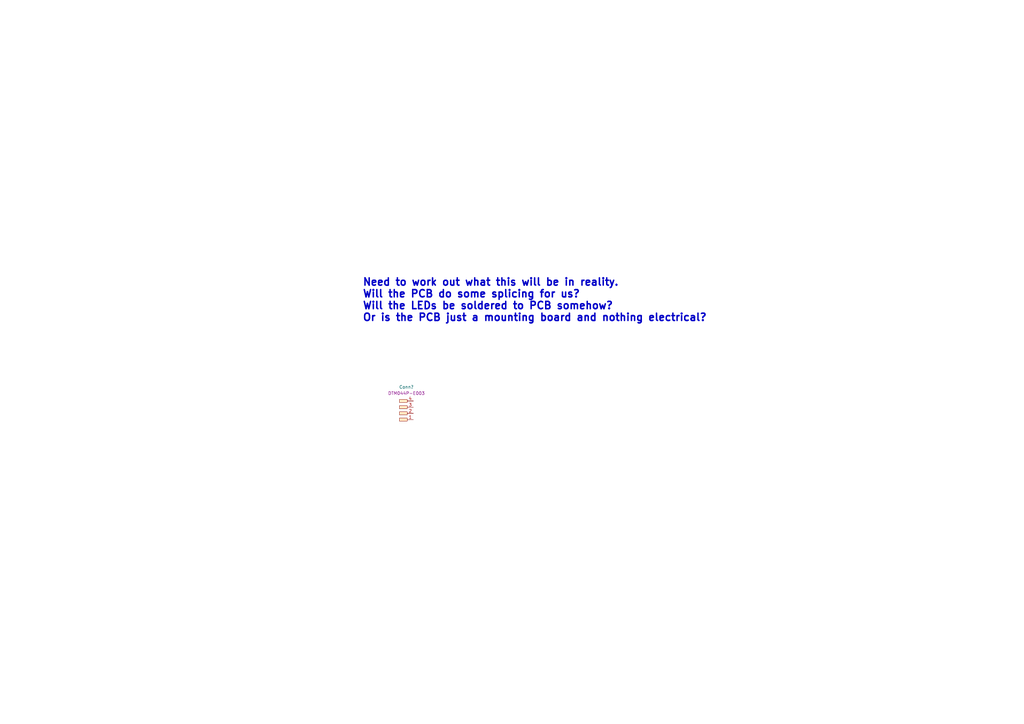
<source format=kicad_sch>
(kicad_sch (version 20230121) (generator eeschema)
  (paper "A3")
  (title_block (title "DEVICE - DASHBOARD"))
  (lib_symbols
    (symbol "Connectors_SUFST:Deutsch_DTM_4P_Pin"
      (property "Reference" "Conn" (at 0 -1.905 0))
      (property "P/N" "DTM044P-E003" (at 0 0 0))
      (symbol "Deutsch_DTM_4P_Pin_0_1"
        (polyline (pts (xy -0.635 -9.525) (xy 1.905 -9.525)))
        (polyline (pts (xy -0.635 -4.445) (xy 1.905 -4.445)))
      )
      (symbol "Deutsch_DTM_4P_Pin_1_1"
        (rectangle (start -3.81 -11.43) (end -0.635 -12.7) (fill (type color) (color 255 229 191 1)))
        (rectangle (start -3.81 -8.89) (end -0.635 -10.16) (fill (type color) (color 255 229 191 1)))
        (rectangle (start -3.81 -6.35) (end -0.635 -7.62) (fill (type color) (color 255 229 191 1)))
        (rectangle (start -3.81 -3.81) (end -0.635 -5.08) (fill (type color) (color 255 229 191 1)))
        (pin input line (at 1.905 -12.065 180) (length 2.54) (name "") (number "1"))
        (pin input line (at 1.905 -9.525 180) (length 2.54) (name "") (number "2"))
        (pin input line (at 1.905 -6.985 180) (length 2.54) (name "") (number "3"))
        (pin input line (at 1.905 -4.445 180) (length 2.54) (name "") (number "4"))
      )
    )
  )
  (text "Need to work out what this will be in reality.\nWill the PCB do some splicing for us?\nWill the LEDs be soldered to PCB somehow?\nOr is the PCB just a mounting board and nothing electrical?" (at 148.59 132.08 0) (effects (font (size 3 3) bold) (justify left bottom)))
  (symbol (lib_id "Connectors_SUFST:Deutsch_DTM_4P_Pin") (at 167.64 160.02 0) (unit 1)
    (property "Reference" "Conn?" (at 166.6875 158.75 0))
    (property "Value" "Deutsch_DTM_4P_Pin" (effects hide))
    (property "P/N" "DTM044P-E003" (at 166.6875 161.29 0))
  )
)
</source>
